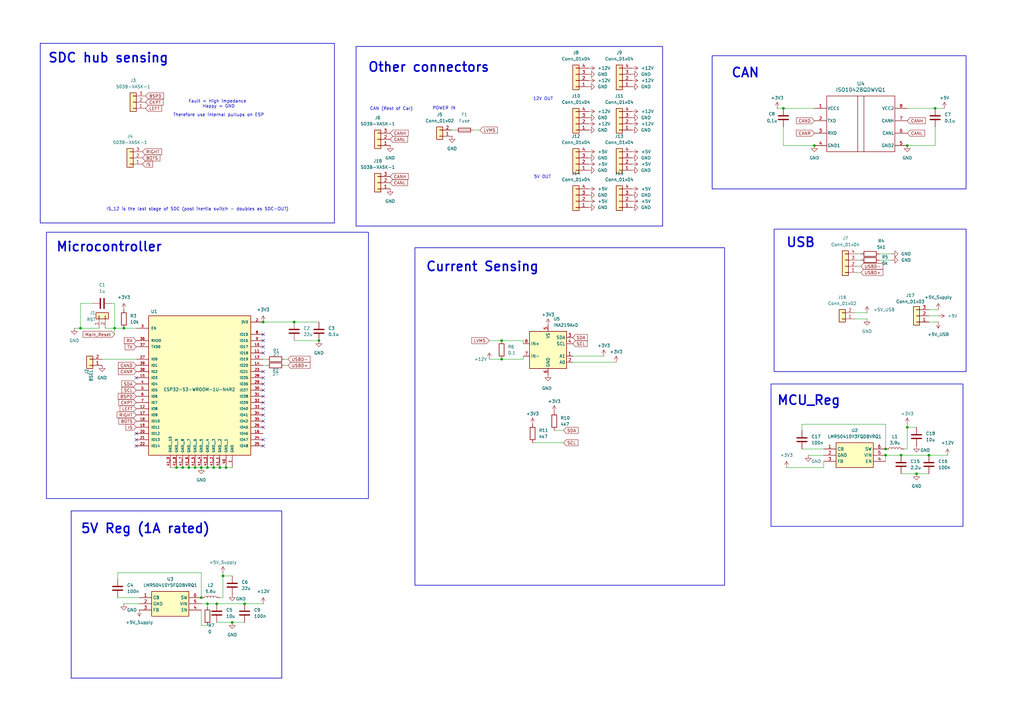
<source format=kicad_sch>
(kicad_sch (version 20250114) (generator "eeschema") (generator_version "9.0")
  (paper "A3")
  (lib_symbols
    (symbol "2025-11-15_02-18-59:ISO1042BQDWVQ1" (pin_names (offset 0.254))
      (property "Reference" "U" (at 0 2.54 0))
      (property "Value" "ISO1042BQDWVQ1" (at 0 0 0))
      (symbol "ISO1042BQDWVQ1_0_1"
        (pin power_in line (at 0 0 0) (length 5.08) (name "VCC1") (number "1"))
        (pin input line (at 0 -5.08 0) (length 5.08) (name "TXD") (number "2"))
        (pin output line (at 0 -10.16 0) (length 5.08) (name "RXD") (number "3"))
        (pin power_in line (at 0 -15.24 0) (length 5.08) (name "GND1") (number "4"))
        (pin power_in line (at 38.1 0 180) (length 5.08) (name "VCC2") (number "8"))
        (pin bidirectional line (at 38.1 -5.08 180) (length 5.08) (name "CANH") (number "7"))
        (pin bidirectional line (at 38.1 -10.16 180) (length 5.08) (name "CANL") (number "6"))
        (pin power_in line (at 38.1 -15.24 180) (length 5.08) (name "GND2") (number "5"))
      )
    )
    (symbol "Connector_Generic:Conn_01x02" (pin_names (offset 1.016) (hide yes))
      (property "Reference" "J" (at 0 2.54 0))
      (property "Value" "Conn_01x02" (at 0 -5.08 0))
      (symbol "Conn_01x02_1_1"
        (pin passive line (at -5.08 0 0) (length 3.81) (name "Pin_1") (number "1"))
        (pin passive line (at -5.08 -2.54 0) (length 3.81) (name "Pin_2") (number "2"))
      )
    )
    (symbol "Connector_Generic:Conn_01x03" (pin_names (offset 1.016) (hide yes))
      (property "Reference" "J" (at 0 5.08 0))
      (property "Value" "Conn_01x03" (at 0 -5.08 0))
      (symbol "Conn_01x03_1_1"
        (pin passive line (at -5.08 2.54 0) (length 3.81) (name "Pin_1") (number "1"))
        (pin passive line (at -5.08 0 0) (length 3.81) (name "Pin_2") (number "2"))
        (pin passive line (at -5.08 -2.54 0) (length 3.81) (name "Pin_3") (number "3"))
      )
    )
    (symbol "Connector_Generic:Conn_01x04" (pin_names (offset 1.016) (hide yes))
      (property "Reference" "J" (at 0 5.08 0))
      (property "Value" "Conn_01x04" (at 0 -7.62 0))
      (symbol "Conn_01x04_1_1"
        (pin passive line (at -5.08 2.54 0) (length 3.81) (name "Pin_1") (number "1"))
        (pin passive line (at -5.08 0 0) (length 3.81) (name "Pin_2") (number "2"))
        (pin passive line (at -5.08 -2.54 0) (length 3.81) (name "Pin_3") (number "3"))
        (pin passive line (at -5.08 -5.08 0) (length 3.81) (name "Pin_4") (number "4"))
      )
    )
    (symbol "Device:C" (pin_numbers (hide yes)) (pin_names (offset 0.254))
      (property "Reference" "C" (at 0.635 2.54 0))
      (property "Value" "C" (at 0.635 -2.54 0))
      (symbol "C_1_1"
        (pin passive line (at 0 3.81 270) (length 2.794) (name "~") (number "1"))
        (pin passive line (at 0 -3.81 90) (length 2.794) (name "~") (number "2"))
      )
    )
    (symbol "Device:Fuse" (pin_numbers (hide yes)) (pin_names (offset 0))
      (property "Reference" "F" (at 2.032 0 90))
      (property "Value" "Fuse" (at -1.905 0 90))
      (symbol "Fuse_1_1"
        (pin passive line (at 0 3.81 270) (length 1.27) (name "~") (number "1"))
        (pin passive line (at 0 -3.81 90) (length 1.27) (name "~") (number "2"))
      )
    )
    (symbol "Device:L" (pin_numbers (hide yes)) (pin_names (offset 1.016) (hide yes))
      (property "Reference" "L" (at -1.27 0 90))
      (property "Value" "L" (at 1.905 0 90))
      (symbol "L_1_1"
        (pin passive line (at 0 3.81 270) (length 1.27) (name "1") (number "1"))
        (pin passive line (at 0 -3.81 90) (length 1.27) (name "2") (number "2"))
      )
    )
    (symbol "Device:R" (pin_numbers (hide yes)) (pin_names (offset 0))
      (property "Reference" "R" (at 2.032 0 90))
      (property "Value" "R" (at 0 0 90))
      (symbol "R_1_1"
        (pin passive line (at 0 3.81 270) (length 1.27) (name "~") (number "1"))
        (pin passive line (at 0 -3.81 90) (length 1.27) (name "~") (number "2"))
      )
    )
    (symbol "ESP32-S3-WROOM-1U-N4R2:ESP32-S3-WROOM-1U-N4R2" (pin_names (offset 1.016))
      (property "Reference" "U1" (at -7.874 32.258 0))
      (property "Value" "ESP32-S3-WROOM-1U-N4R2" (at 10.668 0.254 0))
      (symbol "ESP32-S3-WROOM-1U-N4R2_0_0"
        (pin input line (at -15.24 25.4 0) (length 5.08) (name "EN") (number "3"))
        (pin bidirectional line (at -15.24 20.32 0) (length 5.08) (name "RXD0") (number "36"))
        (pin bidirectional line (at -15.24 17.78 0) (length 5.08) (name "TXD0") (number "37"))
        (pin bidirectional line (at -15.24 12.7 0) (length 5.08) (name "IO0") (number "27"))
        (pin bidirectional line (at -15.24 10.16 0) (length 5.08) (name "IO1") (number "39"))
        (pin bidirectional line (at -15.24 7.62 0) (length 5.08) (name "IO2") (number "38"))
        (pin bidirectional line (at -15.24 5.08 0) (length 5.08) (name "IO3") (number "15"))
        (pin bidirectional line (at -15.24 2.54 0) (length 5.08) (name "IO4") (number "4"))
        (pin bidirectional line (at -15.24 0 0) (length 5.08) (name "IO5") (number "5"))
        (pin bidirectional line (at -15.24 -2.54 0) (length 5.08) (name "IO6") (number "6"))
        (pin bidirectional line (at -15.24 -5.08 0) (length 5.08) (name "IO7") (number "7"))
        (pin bidirectional line (at -15.24 -7.62 0) (length 5.08) (name "IO8") (number "12"))
        (pin bidirectional line (at -15.24 -10.16 0) (length 5.08) (name "IO9") (number "17"))
        (pin bidirectional line (at -15.24 -12.7 0) (length 5.08) (name "IO10") (number "18"))
        (pin bidirectional line (at -15.24 -15.24 0) (length 5.08) (name "IO11") (number "19"))
        (pin bidirectional line (at -15.24 -17.78 0) (length 5.08) (name "IO12") (number "20"))
        (pin bidirectional line (at -15.24 -20.32 0) (length 5.08) (name "IO13") (number "21"))
        (pin bidirectional line (at -15.24 -22.86 0) (length 5.08) (name "IO14") (number "22"))
        (pin power_in line (at -1.27 -31.75 90) (length 5.08) (name "GND__10") (number "41_9"))
        (pin power_in line (at 1.27 -31.75 90) (length 5.08) (name "GND__9") (number "41_8"))
        (pin power_in line (at 3.81 -31.75 90) (length 5.08) (name "GND__8") (number "41_7"))
        (pin power_in line (at 6.35 -31.75 90) (length 5.08) (name "GND__7") (number "41_6"))
        (pin power_in line (at 8.89 -31.75 90) (length 5.08) (name "GND__6") (number "41_5"))
        (pin power_in line (at 11.43 -31.75 90) (length 5.08) (name "GND__5") (number "41_4"))
        (pin power_in line (at 13.97 -31.75 90) (length 5.08) (name "GND__4") (number "41_3"))
        (pin power_in line (at 16.51 -31.75 90) (length 5.08) (name "GND__3") (number "41_2"))
        (pin power_in line (at 19.05 -31.75 90) (length 5.08) (name "GND__2") (number "41_1"))
        (pin power_in line (at 21.59 -31.75 90) (length 5.08) (name "GND__1") (number "40"))
        (pin power_in line (at 24.13 -31.75 90) (length 5.08) (name "GND") (number "1"))
        (pin power_in line (at 36.83 27.94 180) (length 5.08) (name "3V3") (number "2"))
        (pin bidirectional line (at 36.83 22.86 180) (length 5.08) (name "IO15") (number "8"))
        (pin bidirectional line (at 36.83 20.32 180) (length 5.08) (name "IO16") (number "9"))
        (pin bidirectional line (at 36.83 17.78 180) (length 5.08) (name "IO17") (number "10"))
        (pin bidirectional line (at 36.83 15.24 180) (length 5.08) (name "IO18") (number "11"))
        (pin bidirectional line (at 36.83 12.7 180) (length 5.08) (name "IO19") (number "13"))
        (pin bidirectional line (at 36.83 10.16 180) (length 5.08) (name "IO20") (number "14"))
        (pin bidirectional line (at 36.83 7.62 180) (length 5.08) (name "IO21") (number "23"))
        (pin bidirectional line (at 36.83 5.08 180) (length 5.08) (name "IO35") (number "28"))
        (pin bidirectional line (at 36.83 2.54 180) (length 5.08) (name "IO36") (number "29"))
        (pin bidirectional line (at 36.83 0 180) (length 5.08) (name "IO37") (number "30"))
        (pin bidirectional line (at 36.83 -2.54 180) (length 5.08) (name "IO38") (number "31"))
        (pin bidirectional line (at 36.83 -5.08 180) (length 5.08) (name "IO39") (number "32"))
        (pin bidirectional line (at 36.83 -7.62 180) (length 5.08) (name "IO40") (number "33"))
        (pin bidirectional line (at 36.83 -10.16 180) (length 5.08) (name "IO41") (number "34"))
        (pin bidirectional line (at 36.83 -12.7 180) (length 5.08) (name "IO42") (number "35"))
        (pin bidirectional line (at 36.83 -15.24 180) (length 5.08) (name "IO45") (number "26"))
        (pin bidirectional line (at 36.83 -17.78 180) (length 5.08) (name "IO46") (number "16"))
        (pin bidirectional line (at 36.83 -20.32 180) (length 5.08) (name "IO47") (number "24"))
        (pin bidirectional line (at 36.83 -22.86 180) (length 5.08) (name "IO48") (number "25"))
      )
    )
    (symbol "LMR50410Y3FQDBVRQ1:LMR50410Y3FQDBVRQ1"
      (property "Reference" "IC" (at 21.59 7.62 0))
      (property "Value" "LMR50410Y3FQDBVRQ1" (at 21.59 5.08 0))
      (symbol "LMR50410Y3FQDBVRQ1_1_1"
        (pin passive line (at 0 0 0) (length 5.08) (name "CB") (number "1"))
        (pin passive line (at 0 -2.54 0) (length 5.08) (name "GND") (number "2"))
        (pin passive line (at 0 -5.08 0) (length 5.08) (name "FB") (number "3"))
        (pin passive line (at 25.4 0 180) (length 5.08) (name "SW") (number "6"))
        (pin passive line (at 25.4 -2.54 180) (length 5.08) (name "VIN") (number "5"))
        (pin passive line (at 25.4 -5.08 180) (length 5.08) (name "EN") (number "4"))
      )
    )
    (symbol "Sensor_Energy:INA219AxD"
      (property "Reference" "U" (at -6.35 8.89 0))
      (property "Value" "INA219AxD" (at 5.08 8.89 0))
      (symbol "INA219AxD_1_1"
        (pin input line (at -10.16 2.54 0) (length 2.54) (name "IN+") (number "8"))
        (pin input line (at -10.16 -2.54 0) (length 2.54) (name "IN-") (number "7"))
        (pin power_in line (at 0 10.16 270) (length 2.54) (name "VS") (number "5"))
        (pin power_in line (at 0 -10.16 90) (length 2.54) (name "GND") (number "6"))
        (pin bidirectional line (at 10.16 5.08 180) (length 2.54) (name "SDA") (number "3"))
        (pin input line (at 10.16 2.54 180) (length 2.54) (name "SCL") (number "4"))
        (pin input line (at 10.16 -2.54 180) (length 2.54) (name "A1") (number "1"))
        (pin input line (at 10.16 -5.08 180) (length 2.54) (name "A0") (number "2"))
      )
    )
    (symbol "power:+12V" (power) (pin_numbers (hide yes)) (pin_names (offset 0) (hide yes))
      (property "Value" "+12V" (at 0 3.556 0))
      (symbol "+12V_1_1"
        (pin power_in line (at 0 0 90) (length 0) (name "~") (number "1"))
      )
    )
    (symbol "power:+3V3" (power) (pin_numbers (hide yes)) (pin_names (offset 0) (hide yes))
      (property "Value" "+3V3" (at 0 3.556 0))
      (symbol "+3V3_1_1"
        (pin power_in line (at 0 0 90) (length 0) (name "~") (number "1"))
      )
    )
    (symbol "power:+5V" (power) (pin_numbers (hide yes)) (pin_names (offset 0) (hide yes))
      (property "Value" "+5V" (at 0 3.556 0))
      (symbol "+5V_1_1"
        (pin power_in line (at 0 0 90) (length 0) (name "~") (number "1"))
      )
    )
    (symbol "power:GND" (power) (pin_numbers (hide yes)) (pin_names (offset 0) (hide yes))
      (property "Value" "GND" (at 0 -3.81 0))
      (symbol "GND_1_1"
        (pin power_in line (at 0 0 270) (length 0) (name "~") (number "1"))
      )
    )
  )
  (rectangle (start 317.5 93.98) (end 396.24 152.4) (stroke (width 0.254)))
  (rectangle (start 19.05 95.25) (end 151.13 204.47) (stroke (width 0.254)))
  (rectangle (start 29.21 209.55) (end 115.57 278.13) (stroke (width 0.254)))
  (rectangle (start 146.05 19.05) (end 271.78 92.71) (stroke (width 0.254)))
  (rectangle (start 316.23 157.48) (end 394.97 215.9) (stroke (width 0.254)))
  (rectangle (start 292.1 22.86) (end 396.24 77.47) (stroke (width 0.254)))
  (rectangle (start 170.18 101.6) (end 297.18 240.03) (stroke (width 0.254)))
  (rectangle (start 16.51 17.78) (end 137.16 91.44) (stroke (width 0.254)))
  (text "5V OUT\n" (at 222.504 72.644 0) (effects (font (size 1.27 1.27) (thickness 0.1588))))
  (text "12V OUT\n" (at 222.758 40.64 0) (effects (font (size 1.27 1.27) (thickness 0.1588))))
  (text "USB\n" (at 334.518 99.568 0) (effects (font (size 3.81 3.81) (thickness 0.635)) (justify right)))
  (text "POWER IN \n" (at 182.626 44.45 0) (effects (font (size 1.27 1.27) (thickness 0.1588))))
  (text "Microcontroller \n" (at 69.596 101.346 0) (effects (font (size 3.81 3.81) (thickness 0.635)) (justify right)))
  (text "Current Sensing\n" (at 221.234 109.474 0) (effects (font (size 3.81 3.81) (thickness 0.635)) (justify right)))
  (text "5V Reg\n" (at 54.102 216.916 0) (effects (font (size 3.81 3.81) (thickness 0.635)) (justify right)))
  (text "CAN (Rest of Car)\n" (at 160.528 44.704 0) (effects (font (size 1.27 1.27) (thickness 0.1588))))
  (text "MCU_Reg\n" (at 344.932 164.338 0) (effects (font (size 3.81 3.81) (thickness 0.635)) (justify right)))
  (text "(1A rated)\n" (at 86.36 216.916 0) (effects (font (size 3.81 3.81) (thickness 0.635)) (justify right)))
  (text "Fault = High impedance \nHappy = GND" (at 89.662 42.672 0) (effects (font (size 1.27 1.27) (thickness 0.1588))))
  (text "Other connectors \n" (at 177.292 27.686 0) (effects (font (size 3.81 3.81) (thickness 0.635))))
  (text "CAN\n" (at 311.658 29.972 0) (effects (font (size 3.81 3.81) (thickness 0.635)) (justify right)))
  (text "IS_12 is the last stage of SDC (post inertia switch - doubles as SDC-OUT)" (at 81.026 85.852 0) (effects (font (size 1.27 1.27) (thickness 0.1588))))
  (text "Therefore use internal pullups on ESP\n" (at 89.662 47.244 0) (effects (font (size 1.27 1.27) (thickness 0.1588))))
  (text "SDC hub sensing\n" (at 44.45 23.876 0) (effects (font (size 3.81 3.81) (thickness 0.635))))
  (junction (at 130.81 139.7))
  (junction (at 33.02 134.62))
  (junction (at 46.99 134.62))
  (junction (at 375.92 194.31))
  (junction (at 363.22 184.15))
  (junction (at 334.01 59.69))
  (junction (at 72.39 191.77))
  (junction (at 88.9 247.65))
  (junction (at 74.93 191.77))
  (junction (at 372.11 175.26))
  (junction (at 107.95 132.08))
  (junction (at 205.74 147.32))
  (junction (at 372.11 59.69))
  (junction (at 87.63 191.77))
  (junction (at 90.17 191.77))
  (junction (at 381 186.69))
  (junction (at 82.55 191.77))
  (junction (at 91.44 236.22))
  (junction (at 363.22 186.69))
  (junction (at 120.65 132.08))
  (junction (at 92.71 191.77))
  (junction (at 100.33 247.65))
  (junction (at 82.55 245.11))
  (junction (at 321.31 44.45))
  (junction (at 85.09 191.77))
  (junction (at 369.57 186.69))
  (junction (at 50.8 134.62))
  (junction (at 205.74 139.7))
  (junction (at 95.25 255.27))
  (junction (at 80.01 191.77))
  (junction (at 77.47 191.77))
  (junction (at 85.09 247.65))
  (junction (at 383.54 44.45))
  (no_connect (at 107.95 170.18))
  (no_connect (at 107.95 160.02))
  (no_connect (at 107.95 167.64))
  (no_connect (at 55.88 182.88))
  (no_connect (at 107.95 142.24))
  (no_connect (at 107.95 162.56))
  (no_connect (at 107.95 152.4))
  (no_connect (at 107.95 137.16))
  (no_connect (at 55.88 177.8))
  (no_connect (at 107.95 172.72))
  (no_connect (at 55.88 154.94))
  (no_connect (at 107.95 144.78))
  (no_connect (at 107.95 175.26))
  (no_connect (at 107.95 182.88))
  (no_connect (at 55.88 180.34))
  (no_connect (at 107.95 154.94))
  (no_connect (at 107.95 157.48))
  (no_connect (at 107.95 165.1))
  (no_connect (at 107.95 139.7))
  (no_connect (at 107.95 180.34))
  (wire (pts (xy 363.22 173.99) (xy 363.22 184.15)))
  (wire (pts (xy 82.55 247.65) (xy 85.09 247.65)))
  (wire (pts (xy 33.02 124.46) (xy 33.02 134.62)))
  (wire (pts (xy 48.26 245.11) (xy 57.15 245.11)))
  (wire (pts (xy 41.91 147.32) (xy 55.88 147.32)))
  (wire (pts (xy 321.31 52.07) (xy 321.31 59.69)))
  (wire (pts (xy 88.9 255.27) (xy 95.25 255.27)))
  (wire (pts (xy 337.82 191.77) (xy 322.58 191.77)))
  (wire (pts (xy 194.31 53.34) (xy 196.85 53.34)))
  (wire (pts (xy 48.26 237.49) (xy 48.26 234.95)))
  (wire (pts (xy 381 132.08) (xy 384.81 132.08)))
  (wire (pts (xy 30.48 134.62) (xy 33.02 134.62)))
  (wire (pts (xy 118.11 149.86) (xy 116.84 149.86)))
  (wire (pts (xy 375.92 194.31) (xy 381 194.31)))
  (wire (pts (xy 85.09 247.65) (xy 88.9 247.65)))
  (wire (pts (xy 351.79 104.14) (xy 353.06 104.14)))
  (wire (pts (xy 185.42 53.34) (xy 186.69 53.34)))
  (wire (pts (xy 328.93 184.15) (xy 337.82 184.15)))
  (wire (pts (xy 383.54 44.45) (xy 372.11 44.45)))
  (wire (pts (xy 120.65 132.08) (xy 130.81 132.08)))
  (wire (pts (xy 360.68 106.68) (xy 365.76 106.68)))
  (wire (pts (xy 218.44 181.61) (xy 231.14 181.61)))
  (wire (pts (xy 214.63 147.32) (xy 214.63 146.05)))
  (wire (pts (xy 383.54 52.07) (xy 383.54 59.69)))
  (wire (pts (xy 82.55 256.54) (xy 85.09 256.54)))
  (wire (pts (xy 91.44 245.11) (xy 90.17 245.11)))
  (wire (pts (xy 337.82 189.23) (xy 337.82 191.77)))
  (wire (pts (xy 107.95 132.08) (xy 120.65 132.08)))
  (wire (pts (xy 46.99 134.62) (xy 50.8 134.62)))
  (wire (pts (xy 381 127) (xy 384.81 127)))
  (wire (pts (xy 363.22 186.69) (xy 369.57 186.69)))
  (wire (pts (xy 38.1 124.46) (xy 33.02 124.46)))
  (wire (pts (xy 200.66 147.32) (xy 205.74 147.32)))
  (wire (pts (xy 363.22 186.69) (xy 363.22 189.23)))
  (wire (pts (xy 48.26 234.95) (xy 82.55 234.95)))
  (wire (pts (xy 381 186.69) (xy 388.62 186.69)))
  (wire (pts (xy 72.39 191.77) (xy 74.93 191.77)))
  (wire (pts (xy 109.22 147.32) (xy 107.95 147.32)))
  (wire (pts (xy 372.11 184.15) (xy 370.84 184.15)))
  (wire (pts (xy 50.8 247.65) (xy 57.15 247.65)))
  (wire (pts (xy 45.72 124.46) (xy 46.99 124.46)))
  (wire (pts (xy 328.93 173.99) (xy 363.22 173.99)))
  (wire (pts (xy 69.85 191.77) (xy 72.39 191.77)))
  (wire (pts (xy 120.65 139.7) (xy 130.81 139.7)))
  (wire (pts (xy 91.44 236.22) (xy 95.25 236.22)))
  (wire (pts (xy 85.09 191.77) (xy 87.63 191.77)))
  (wire (pts (xy 85.09 247.65) (xy 85.09 248.92)))
  (wire (pts (xy 82.55 250.19) (xy 82.55 256.54)))
  (wire (pts (xy 351.79 109.22) (xy 353.06 109.22)))
  (wire (pts (xy 90.17 191.77) (xy 92.71 191.77)))
  (wire (pts (xy 227.33 176.53) (xy 231.14 176.53)))
  (wire (pts (xy 82.55 234.95) (xy 82.55 245.11)))
  (wire (pts (xy 77.47 191.77) (xy 80.01 191.77)))
  (wire (pts (xy 369.57 186.69) (xy 381 186.69)))
  (wire (pts (xy 360.68 104.14) (xy 365.76 104.14)))
  (wire (pts (xy 43.18 134.62) (xy 46.99 134.62)))
  (wire (pts (xy 46.99 124.46) (xy 46.99 134.62)))
  (wire (pts (xy 91.44 234.95) (xy 91.44 236.22)))
  (wire (pts (xy 328.93 176.53) (xy 328.93 173.99)))
  (wire (pts (xy 321.31 44.45) (xy 334.01 44.45)))
  (wire (pts (xy 381 129.54) (xy 384.81 129.54)))
  (wire (pts (xy 92.71 191.77) (xy 95.25 191.77)))
  (wire (pts (xy 200.66 139.7) (xy 205.74 139.7)))
  (wire (pts (xy 100.33 247.65) (xy 107.95 247.65)))
  (wire (pts (xy 350.52 128.27) (xy 355.6 128.27)))
  (wire (pts (xy 318.77 44.45) (xy 321.31 44.45)))
  (wire (pts (xy 351.79 106.68) (xy 353.06 106.68)))
  (wire (pts (xy 387.35 44.45) (xy 383.54 44.45)))
  (wire (pts (xy 372.11 173.99) (xy 372.11 175.26)))
  (wire (pts (xy 321.31 59.69) (xy 334.01 59.69)))
  (wire (pts (xy 369.57 194.31) (xy 375.92 194.31)))
  (wire (pts (xy 247.65 146.05) (xy 234.95 146.05)))
  (wire (pts (xy 74.93 191.77) (xy 77.47 191.77)))
  (wire (pts (xy 88.9 247.65) (xy 100.33 247.65)))
  (wire (pts (xy 109.22 149.86) (xy 107.95 149.86)))
  (wire (pts (xy 46.99 137.16) (xy 46.99 134.62)))
  (wire (pts (xy 350.52 130.81) (xy 355.6 130.81)))
  (wire (pts (xy 95.25 255.27) (xy 100.33 255.27)))
  (wire (pts (xy 372.11 175.26) (xy 372.11 184.15)))
  (wire (pts (xy 205.74 139.7) (xy 214.63 139.7)))
  (wire (pts (xy 91.44 236.22) (xy 91.44 245.11)))
  (wire (pts (xy 80.01 191.77) (xy 82.55 191.77)))
  (wire (pts (xy 82.55 191.77) (xy 85.09 191.77)))
  (wire (pts (xy 205.74 147.32) (xy 214.63 147.32)))
  (wire (pts (xy 372.11 175.26) (xy 375.92 175.26)))
  (wire (pts (xy 331.47 186.69) (xy 337.82 186.69)))
  (wire (pts (xy 50.8 134.62) (xy 55.88 134.62)))
  (wire (pts (xy 234.95 148.59) (xy 252.73 148.59)))
  (wire (pts (xy 118.11 147.32) (xy 116.84 147.32)))
  (wire (pts (xy 214.63 139.7) (xy 214.63 140.97)))
  (wire (pts (xy 383.54 59.69) (xy 372.11 59.69)))
  (wire (pts (xy 87.63 191.77) (xy 90.17 191.77)))
  (wire (pts (xy 351.79 111.76) (xy 353.06 111.76)))
  (wire (pts (xy 33.02 134.62) (xy 40.64 134.62)))
  (global_label "CAND" (shape input) (at 55.88 149.86 180) (property "Intersheetrefs" "${INTERSHEET_REFS}" (effects (hide yes))))
  (global_label "LVMS" (shape input) (at 196.85 53.34 0) (property "Intersheetrefs" "${INTERSHEET_REFS}" (effects (hide yes))))
  (global_label "RIGHT" (shape input) (at 55.88 170.18 180) (property "Intersheetrefs" "${INTERSHEET_REFS}" (effects (hide yes))))
  (global_label "Main_Reset" (shape input) (at 46.99 137.16 180) (property "Intersheetrefs" "${INTERSHEET_REFS}" (effects (hide yes))))
  (global_label "LEFT" (shape input) (at 55.88 167.64 180) (property "Intersheetrefs" "${INTERSHEET_REFS}" (effects (hide yes))))
  (global_label "SCL" (shape input) (at 231.14 181.61 0) (property "Intersheetrefs" "${INTERSHEET_REFS}" (effects (hide yes))))
  (global_label "IS" (shape input) (at 58.42 67.31 0) (property "Intersheetrefs" "${INTERSHEET_REFS}" (effects (hide yes))))
  (global_label "CANL" (shape input) (at 372.11 54.61 0) (property "Intersheetrefs" "${INTERSHEET_REFS}" (effects (hide yes))))
  (global_label "TX" (shape input) (at 55.88 142.24 180) (property "Intersheetrefs" "${INTERSHEET_REFS}" (effects (hide yes))))
  (global_label "SDA" (shape input) (at 55.88 157.48 180) (property "Intersheetrefs" "${INTERSHEET_REFS}" (effects (hide yes))))
  (global_label "USBD+" (shape input) (at 118.11 149.86 0) (property "Intersheetrefs" "${INTERSHEET_REFS}" (effects (hide yes))))
  (global_label "CANR" (shape input) (at 55.88 152.4 180) (property "Intersheetrefs" "${INTERSHEET_REFS}" (effects (hide yes))))
  (global_label "USBD-" (shape input) (at 353.06 109.22 0) (property "Intersheetrefs" "${INTERSHEET_REFS}" (effects (hide yes))))
  (global_label "BSPD" (shape input) (at 59.69 39.37 0) (property "Intersheetrefs" "${INTERSHEET_REFS}" (effects (hide yes))))
  (global_label "CKPT" (shape input) (at 59.69 41.91 0) (property "Intersheetrefs" "${INTERSHEET_REFS}" (effects (hide yes))))
  (global_label "RIGHT" (shape input) (at 58.42 62.23 0) (property "Intersheetrefs" "${INTERSHEET_REFS}" (effects (hide yes))))
  (global_label "CANH" (shape input) (at 160.02 72.39 0) (property "Intersheetrefs" "${INTERSHEET_REFS}" (effects (hide yes))))
  (global_label "RX" (shape input) (at 55.88 139.7 180) (property "Intersheetrefs" "${INTERSHEET_REFS}" (effects (hide yes))))
  (global_label "CANH" (shape input) (at 160.02 54.61 0) (property "Intersheetrefs" "${INTERSHEET_REFS}" (effects (hide yes))))
  (global_label "BOTS" (shape input) (at 55.88 172.72 180) (property "Intersheetrefs" "${INTERSHEET_REFS}" (effects (hide yes))))
  (global_label "USBD-" (shape input) (at 118.11 147.32 0) (property "Intersheetrefs" "${INTERSHEET_REFS}" (effects (hide yes))))
  (global_label "CANR" (shape input) (at 334.01 54.61 180) (property "Intersheetrefs" "${INTERSHEET_REFS}" (effects (hide yes))))
  (global_label "CAND" (shape input) (at 334.01 49.53 180) (property "Intersheetrefs" "${INTERSHEET_REFS}" (effects (hide yes))))
  (global_label "BOTS" (shape input) (at 58.42 64.77 0) (property "Intersheetrefs" "${INTERSHEET_REFS}" (effects (hide yes))))
  (global_label "CANL" (shape input) (at 160.02 57.15 0) (property "Intersheetrefs" "${INTERSHEET_REFS}" (effects (hide yes))))
  (global_label "BSPD" (shape input) (at 55.88 162.56 180) (property "Intersheetrefs" "${INTERSHEET_REFS}" (effects (hide yes))))
  (global_label "CANH" (shape input) (at 372.11 49.53 0) (property "Intersheetrefs" "${INTERSHEET_REFS}" (effects (hide yes))))
  (global_label "SDA" (shape input) (at 231.14 176.53 0) (property "Intersheetrefs" "${INTERSHEET_REFS}" (effects (hide yes))))
  (global_label "SCL" (shape input) (at 234.95 140.97 0) (property "Intersheetrefs" "${INTERSHEET_REFS}" (effects (hide yes))))
  (global_label "SDA" (shape input) (at 234.95 138.43 0) (property "Intersheetrefs" "${INTERSHEET_REFS}" (effects (hide yes))))
  (global_label "LEFT" (shape input) (at 59.69 44.45 0) (property "Intersheetrefs" "${INTERSHEET_REFS}" (effects (hide yes))))
  (global_label "IS" (shape input) (at 55.88 175.26 180) (property "Intersheetrefs" "${INTERSHEET_REFS}" (effects (hide yes))))
  (global_label "USBD+" (shape input) (at 353.06 111.76 0) (property "Intersheetrefs" "${INTERSHEET_REFS}" (effects (hide yes))))
  (global_label "CKPT" (shape input) (at 55.88 165.1 180) (property "Intersheetrefs" "${INTERSHEET_REFS}" (effects (hide yes))))
  (global_label "LVMS" (shape input) (at 200.66 139.7 180) (property "Intersheetrefs" "${INTERSHEET_REFS}" (effects (hide yes))))
  (global_label "CANL" (shape input) (at 160.02 74.93 0) (property "Intersheetrefs" "${INTERSHEET_REFS}" (effects (hide yes))))
  (global_label "SCL" (shape input) (at 55.88 160.02 180) (property "Intersheetrefs" "${INTERSHEET_REFS}" (effects (hide yes))))
  (symbol (lib_id "Device:R") (at 356.87 106.68 90) (unit 1)
    (property "Reference" "R5" (at 362.966 105.41 90))
    (property "Value" "5k" (at 362.966 107.95 90))
    (property "Footprint" "Resistor_SMD:R_0603_1608Metric" (effects (hide yes)))
    (property "Description" "Resistor" (effects (hide yes)))
  )
  (symbol (lib_id "power:GND") (at 331.47 186.69 0) (unit 1)
    (property "Reference" "#PWR027" (effects (hide yes)))
    (property "Value" "GND" (at 334.772 189.23 0))
    (property "Description" "Power symbol creates a global label with name \"GND\" , ground" (effects (hide yes)))
  )
  (symbol (lib_id "power:+12V") (at 259.08 50.8 270) (unit 1)
    (property "Reference" "#PWR017" (effects (hide yes)))
    (property "Value" "+12V" (at 262.89 50.7999 90) (effects (justify left)))
    (property "Description" "Power symbol creates a global label with name \"+12V\"" (effects (hide yes)))
  )
  (symbol (lib_id "Connector_Generic:Conn_01x04") (at 254 67.31 180) (unit 1)
    (property "Reference" "J13" (at 254 55.88 0))
    (property "Value" "Conn_01x04" (at 254 58.42 0))
    (property "Footprint" "Connector_JST:JST_XA_S04B-XASK-1_1x04_P2.50mm_Horizontal" (effects (hide yes)))
    (property "Description" "Generic connector, single row, 01x04, script generated (kicad-library-utils/schlib/autogen/connector/)" (effects (hide yes)))
  )
  (symbol (lib_id "Device:R") (at 50.8 130.81 0) (unit 1)
    (property "Reference" "R3" (at 53.34 129.5399 0) (effects (justify left)))
    (property "Value" "10k" (at 53.34 132.0799 0) (effects (justify left)))
    (property "Footprint" "Resistor_SMD:R_0603_1608Metric" (effects (hide yes)))
    (property "Description" "Resistor" (effects (hide yes)))
  )
  (symbol (lib_id "Device:C") (at 95.25 240.03 0) (unit 1)
    (property "Reference" "C6" (at 99.06 238.7599 0) (effects (justify left)))
    (property "Value" "22u" (at 99.06 241.2999 0) (effects (justify left)))
    (property "Footprint" "Capacitor_SMD:C_0603_1608Metric" (effects (hide yes)))
    (property "Description" "Unpolarized capacitor" (effects (hide yes)))
  )
  (symbol (lib_id "Device:C") (at 120.65 135.89 180) (unit 1)
    (property "Reference" "C2" (at 124.46 134.6199 0) (effects (justify right)))
    (property "Value" "22u" (at 124.46 137.1599 0) (effects (justify right)))
    (property "Footprint" "Capacitor_SMD:C_0603_1608Metric" (effects (hide yes)))
    (property "Description" "Unpolarized capacitor" (effects (hide yes)))
  )
  (symbol (lib_id "Connector_Generic:Conn_01x03") (at 154.94 57.15 180) (unit 1)
    (property "Reference" "J6" (at 154.94 48.26 0))
    (property "Value" "S03B-XASK-1" (at 154.94 50.8 0))
    (property "Footprint" "Connector_JST:JST_XA_S03B-XASK-1_1x03_P2.50mm_Horizontal" (effects (hide yes)))
    (property "Description" "Generic connector, single row, 01x03, script generated (kicad-library-utils/schlib/autogen/connector/)" (effects (hide yes)))
  )
  (symbol (lib_id "Connector_Generic:Conn_01x03") (at 375.92 129.54 180) (unit 1)
    (property "Reference" "J17" (at 373.38 121.158 0))
    (property "Value" "Conn_01x03" (at 373.38 123.698 0))
    (property "Footprint" "Connector_PinHeader_2.54mm:PinHeader_1x03_P2.54mm_Vertical" (effects (hide yes)))
    (property "Description" "Generic connector, single row, 01x03, script generated (kicad-library-utils/schlib/autogen/connector/)" (effects (hide yes)))
  )
  (symbol (lib_id "power:+12V") (at 200.66 147.32 0) (unit 1)
    (property "Reference" "#PWR072" (effects (hide yes)))
    (property "Value" "+12V" (at 197.104 147.32 0))
    (property "Description" "Power symbol creates a global label with name \"+12V\"" (effects (hide yes)))
  )
  (symbol (lib_id "power:+5V") (at 227.33 168.91 0) (unit 1)
    (property "Reference" "#PWR075" (effects (hide yes)))
    (property "Value" "+3V3" (at 227.33 164.592 0))
    (property "Description" "Power symbol creates a global label with name \"+5V\"" (effects (hide yes)))
  )
  (symbol (lib_id "Device:C") (at 369.57 190.5 0) (unit 1)
    (property "Reference" "C15" (at 373.38 189.2299 0) (effects (justify left)))
    (property "Value" "2.2u" (at 373.38 191.7699 0) (effects (justify left)))
    (property "Footprint" "Capacitor_SMD:C_0603_1608Metric" (effects (hide yes)))
    (property "Description" "Unpolarized capacitor" (effects (hide yes)))
  )
  (symbol (lib_id "power:GND") (at 375.92 182.88 0) (unit 1)
    (property "Reference" "#PWR032" (effects (hide yes)))
    (property "Value" "GND" (at 379.476 184.658 0))
    (property "Description" "Power symbol creates a global label with name \"GND\" , ground" (effects (hide yes)))
  )
  (symbol (lib_id "power:GND") (at 241.3 64.77 90) (unit 1)
    (property "Reference" "#PWR051" (effects (hide yes)))
    (property "Value" "GND" (at 245.11 64.7699 90) (effects (justify right)))
    (property "Description" "Power symbol creates a global label with name \"GND\" , ground" (effects (hide yes)))
  )
  (symbol (lib_id "Device:C") (at 88.9 251.46 0) (unit 1)
    (property "Reference" "C5" (at 92.71 250.1899 0) (effects (justify left)))
    (property "Value" "10u" (at 92.71 252.7299 0) (effects (justify left)))
    (property "Footprint" "Capacitor_SMD:C_0603_1608Metric" (effects (hide yes)))
    (property "Description" "Unpolarized capacitor" (effects (hide yes)))
  )
  (symbol (lib_id "Connector_Generic:Conn_01x04") (at 236.22 82.55 180) (unit 1)
    (property "Reference" "J14" (at 236.22 71.12 0))
    (property "Value" "Conn_01x04" (at 236.22 73.66 0))
    (property "Footprint" "Connector_JST:JST_XA_S04B-XASK-1_1x04_P2.50mm_Horizontal" (effects (hide yes)))
    (property "Description" "Generic connector, single row, 01x04, script generated (kicad-library-utils/schlib/autogen/connector/)" (effects (hide yes)))
  )
  (symbol (lib_id "power:+12V") (at 259.08 27.94 270) (unit 1)
    (property "Reference" "#PWR014" (effects (hide yes)))
    (property "Value" "+12V" (at 262.89 27.9399 90) (effects (justify left)))
    (property "Description" "Power symbol creates a global label with name \"+12V\"" (effects (hide yes)))
  )
  (symbol (lib_id "power:+5V") (at 91.44 234.95 0) (unit 1)
    (property "Reference" "#PWR062" (effects (hide yes)))
    (property "Value" "+5V_Supply" (at 91.44 230.632 0))
    (property "Description" "Power symbol creates a global label with name \"+5V\"" (effects (hide yes)))
  )
  (symbol (lib_id "LMR50410Y3FQDBVRQ1:LMR50410Y3FQDBVRQ1") (at 57.15 245.11 0) (unit 1)
    (property "Reference" "U3" (at 69.85 237.49 0))
    (property "Value" "LMR50410Y5FQDBVRQ1" (at 69.85 240.03 0))
    (property "Footprint" "Custom_MSM:Regulator_Switching_SOT-23-6" (effects (hide yes)))
    (property "Datasheet" "https://www.ti.com/lit/ds/symlink/lmr50410-q1.pdf?ts=1611309677669" (effects (hide yes)))
    (property "Description" "LMR50410Y3FQDBVRQ1" (effects (hide yes)))
    (property "Height" "1.45" (effects (hide yes)))
    (property "Mouser Part Number" "595-R50410Y3FQDBVRQ1" (effects (hide yes)))
    (property "Mouser Price/Stock" "https://www.mouser.co.uk/ProductDetail/Texas-Instruments/LMR50410Y3FQDBVRQ1?qs=81r%252BiQLm7BTaIXwCgdOuiA%3D%3D" (effects (hide yes)))
    (property "Manufacturer_Name" "Texas Instruments" (effects (hide yes)))
    (property "Manufacturer_Part_Number" "LMR50410Y3FQDBVRQ1" (effects (hide yes)))
  )
  (symbol (lib_id "Connector_Generic:Conn_01x04") (at 236.22 67.31 180) (unit 1)
    (property "Reference" "J12" (at 236.22 55.88 0))
    (property "Value" "Conn_01x04" (at 236.22 58.42 0))
    (property "Footprint" "Connector_JST:JST_XA_S04B-XASK-1_1x04_P2.50mm_Horizontal" (effects (hide yes)))
    (property "Description" "Generic connector, single row, 01x04, script generated (kicad-library-utils/schlib/autogen/connector/)" (effects (hide yes)))
  )
  (symbol (lib_id "Connector_Generic:Conn_01x02") (at 180.34 55.88 180) (unit 1)
    (property "Reference" "J5" (at 180.34 46.99 0))
    (property "Value" "Conn_01x02" (at 180.34 49.53 0))
    (property "Footprint" "Custom_MSM:Connector_MicroFit-Plus_2POS" (effects (hide yes)))
    (property "Description" "Generic connector, single row, 01x02, script generated (kicad-library-utils/schlib/autogen/connector/)" (effects (hide yes)))
  )
  (symbol (lib_id "power:+5V") (at 318.77 44.45 0) (unit 1)
    (property "Reference" "#PWR026" (effects (hide yes)))
    (property "Value" "+3V3" (at 318.77 40.132 0))
    (property "Description" "Power symbol creates a global label with name \"+5V\"" (effects (hide yes)))
  )
  (symbol (lib_id "power:GND") (at 259.08 64.77 90) (unit 1)
    (property "Reference" "#PWR053" (effects (hide yes)))
    (property "Value" "GND" (at 262.89 64.7699 90) (effects (justify right)))
    (property "Description" "Power symbol creates a global label with name \"GND\" , ground" (effects (hide yes)))
  )
  (symbol (lib_id "power:+5V") (at 387.35 44.45 0) (unit 1)
    (property "Reference" "#PWR033" (effects (hide yes)))
    (property "Value" "+5V" (at 387.35 40.132 0))
    (property "Description" "Power symbol creates a global label with name \"+5V\"" (effects (hide yes)))
  )
  (symbol (lib_id "power:GND") (at 160.02 77.47 0) (unit 1)
    (property "Reference" "#PWR066" (effects (hide yes)))
    (property "Value" "GND" (at 160.02 82.55 0))
    (property "Description" "Power symbol creates a global label with name \"GND\" , ground" (effects (hide yes)))
  )
  (symbol (lib_id "power:GND") (at 241.3 48.26 90) (unit 1)
    (property "Reference" "#PWR047" (effects (hide yes)))
    (property "Value" "GND" (at 245.11 48.2599 90) (effects (justify right)))
    (property "Description" "Power symbol creates a global label with name \"GND\" , ground" (effects (hide yes)))
  )
  (symbol (lib_id "power:+3V3") (at 107.95 132.08 0) (unit 1)
    (property "Reference" "#PWR02" (effects (hide yes)))
    (property "Value" "+3V3" (at 107.95 127 0))
    (property "Description" "Power symbol creates a global label with name \"+3V3\"" (effects (hide yes)))
  )
  (symbol (lib_id "Device:C") (at 381 190.5 0) (unit 1)
    (property "Reference" "C16" (at 384.81 189.2299 0) (effects (justify left)))
    (property "Value" "100n" (at 384.81 191.7699 0) (effects (justify left)))
    (property "Footprint" "Capacitor_SMD:C_0603_1608Metric" (effects (hide yes)))
    (property "Description" "Unpolarized capacitor" (effects (hide yes)))
  )
  (symbol (lib_id "power:+5V") (at 388.62 186.69 0) (unit 1)
    (property "Reference" "#PWR07" (effects (hide yes)))
    (property "Value" "+12V" (at 388.62 181.61 0))
    (property "Description" "Power symbol creates a global label with name \"+5V\"" (effects (hide yes)))
  )
  (symbol (lib_id "power:+5V") (at 322.58 191.77 0) (unit 1)
    (property "Reference" "#PWR030" (effects (hide yes)))
    (property "Value" "+3V3" (at 322.58 186.69 0))
    (property "Description" "Power symbol creates a global label with name \"+5V\"" (effects (hide yes)))
  )
  (symbol (lib_id "power:GND") (at 355.6 130.81 0) (unit 1)
    (property "Reference" "#PWR022" (effects (hide yes)))
    (property "Value" "GND" (at 355.6 135.89 0))
    (property "Description" "Power symbol creates a global label with name \"GND\" , ground" (effects (hide yes)))
  )
  (symbol (lib_id "power:GND") (at 365.76 104.14 90) (unit 1)
    (property "Reference" "#PWR020" (effects (hide yes)))
    (property "Value" "GND" (at 369.57 104.1399 90) (effects (justify right)))
    (property "Description" "Power symbol creates a global label with name \"GND\" , ground" (effects (hide yes)))
  )
  (symbol (lib_id "power:+12V") (at 241.3 27.94 270) (unit 1)
    (property "Reference" "#PWR010" (effects (hide yes)))
    (property "Value" "+12V" (at 245.11 27.9399 90) (effects (justify left)))
    (property "Description" "Power symbol creates a global label with name \"+12V\"" (effects (hide yes)))
  )
  (symbol (lib_id "Connector_Generic:Conn_01x04") (at 236.22 50.8 180) (unit 1)
    (property "Reference" "J10" (at 236.22 39.37 0))
    (property "Value" "Conn_01x04" (at 236.22 41.91 0))
    (property "Footprint" "Connector_JST:JST_XA_S04B-XASK-1_1x04_P2.50mm_Horizontal" (effects (hide yes)))
    (property "Description" "Generic connector, single row, 01x04, script generated (kicad-library-utils/schlib/autogen/connector/)" (effects (hide yes)))
  )
  (symbol (lib_id "Connector_Generic:Conn_01x04") (at 346.71 109.22 180) (unit 1)
    (property "Reference" "J7" (at 346.71 97.79 0))
    (property "Value" "Conn_01x04" (at 346.71 100.33 0))
    (property "Footprint" "Connector_JST:JST_XA_S04B-XASK-1_1x04_P2.50mm_Horizontal" (effects (hide yes)))
    (property "Description" "Generic connector, single row, 01x04, script generated (kicad-library-utils/schlib/autogen/connector/)" (effects (hide yes)))
  )
  (symbol (lib_id "Device:R") (at 113.03 147.32 90) (unit 1)
    (property "Reference" "R1" (at 113.284 143.764 90))
    (property "Value" "27" (at 113.284 145.288 90))
    (property "Footprint" "Resistor_SMD:R_0603_1608Metric" (effects (hide yes)))
    (property "Description" "Resistor" (effects (hide yes)))
  )
  (symbol (lib_id "power:+5V") (at 259.08 77.47 270) (unit 1)
    (property "Reference" "#PWR038" (effects (hide yes)))
    (property "Value" "+5V" (at 262.89 77.4699 90) (effects (justify left)))
    (property "Description" "Power symbol creates a global label with name \"+5V\"" (effects (hide yes)))
  )
  (symbol (lib_id "Device:R") (at 205.74 143.51 0) (unit 1)
    (property "Reference" "R6" (at 208.28 142.2399 0) (effects (justify left)))
    (property "Value" "0.1" (at 208.28 144.7799 0) (effects (justify left)))
    (property "Footprint" "Resistor_SMD:R_0603_1608Metric" (effects (hide yes)))
    (property "Description" "Resistor" (effects (hide yes)))
  )
  (symbol (lib_id "power:+5V") (at 259.08 62.23 270) (unit 1)
    (property "Reference" "#PWR036" (effects (hide yes)))
    (property "Value" "+5V" (at 262.89 62.2299 90) (effects (justify left)))
    (property "Description" "Power symbol creates a global label with name \"+5V\"" (effects (hide yes)))
  )
  (symbol (lib_id "power:+5V") (at 384.81 129.54 270) (unit 1)
    (property "Reference" "#PWR034" (effects (hide yes)))
    (property "Value" "+5V" (at 388.62 129.5399 90) (effects (justify left)))
    (property "Description" "Power symbol creates a global label with name \"+5V\"" (effects (hide yes)))
  )
  (symbol (lib_id "power:GND") (at 30.48 134.62 0) (unit 1)
    (property "Reference" "#PWR03" (effects (hide yes)))
    (property "Value" "GND" (at 30.48 139.7 0))
    (property "Description" "Power symbol creates a global label with name \"GND\" , ground" (effects (hide yes)))
  )
  (symbol (lib_id "power:+5V") (at 384.81 132.08 180) (unit 1)
    (property "Reference" "#PWR023" (effects (hide yes)))
    (property "Value" "+5V_USB" (at 384.81 137.16 0))
    (property "Description" "Power symbol creates a global label with name \"+5V\"" (effects (hide yes)))
  )
  (symbol (lib_id "Device:R") (at 85.09 252.73 0) (unit 1)
    (property "Reference" "R7" (at 85.344 256.54 0) (effects (justify left)))
    (property "Value" "0" (at 85.344 259.08 0) (effects (justify left)))
    (property "Footprint" "Resistor_SMD:R_0603_1608Metric" (effects (hide yes)))
    (property "Description" "Resistor" (effects (hide yes)))
  )
  (symbol (lib_id "Device:C") (at 100.33 251.46 0) (unit 1)
    (property "Reference" "C9" (at 104.14 250.1899 0) (effects (justify left)))
    (property "Value" "100n" (at 104.14 252.7299 0) (effects (justify left)))
    (property "Footprint" "Capacitor_SMD:C_0603_1608Metric" (effects (hide yes)))
    (property "Description" "Unpolarized capacitor" (effects (hide yes)))
  )
  (symbol (lib_id "power:GND") (at 241.3 80.01 90) (unit 1)
    (property "Reference" "#PWR056" (effects (hide yes)))
    (property "Value" "GND" (at 245.11 80.0099 90) (effects (justify right)))
    (property "Description" "Power symbol creates a global label with name \"GND\" , ground" (effects (hide yes)))
  )
  (symbol (lib_id "power:+5V") (at 259.08 67.31 270) (unit 1)
    (property "Reference" "#PWR041" (effects (hide yes)))
    (property "Value" "+5V" (at 262.89 67.3099 90) (effects (justify left)))
    (property "Description" "Power symbol creates a global label with name \"+5V\"" (effects (hide yes)))
  )
  (symbol (lib_id "power:GND") (at 259.08 30.48 90) (unit 1)
    (property "Reference" "#PWR045" (effects (hide yes)))
    (property "Value" "GND" (at 262.89 30.4799 90) (effects (justify right)))
    (property "Description" "Power symbol creates a global label with name \"GND\" , ground" (effects (hide yes)))
  )
  (symbol (lib_id "power:GND") (at 372.11 59.69 0) (unit 1)
    (property "Reference" "#PWR025" (effects (hide yes)))
    (property "Value" "GND" (at 372.11 64.77 0))
    (property "Description" "Power symbol creates a global label with name \"GND\" , ground" (effects (hide yes)))
  )
  (symbol (lib_id "power:+5V") (at 384.81 127 0) (unit 1)
    (property "Reference" "#PWR031" (effects (hide yes)))
    (property "Value" "+5V_Supply" (at 384.81 121.92 0))
    (property "Description" "Power symbol creates a global label with name \"+5V\"" (effects (hide yes)))
  )
  (symbol (lib_id "power:+12V") (at 241.3 45.72 270) (unit 1)
    (property "Reference" "#PWR012" (effects (hide yes)))
    (property "Value" "+12V" (at 245.11 45.7199 90) (effects (justify left)))
    (property "Description" "Power symbol creates a global label with name \"+12V\"" (effects (hide yes)))
  )
  (symbol (lib_id "Device:C") (at 321.31 48.26 180) (unit 1)
    (property "Reference" "C8" (at 315.214 46.736 0) (effects (justify right)))
    (property "Value" "0.1u" (at 314.452 49.53 0) (effects (justify right)))
    (property "Footprint" "Capacitor_SMD:C_0603_1608Metric" (effects (hide yes)))
    (property "Description" "Unpolarized capacitor" (effects (hide yes)))
  )
  (symbol (lib_id "power:GND") (at 365.76 106.68 90) (unit 1)
    (property "Reference" "#PWR019" (effects (hide yes)))
    (property "Value" "GND" (at 369.57 106.6799 90) (effects (justify right)))
    (property "Description" "Power symbol creates a global label with name \"GND\" , ground" (effects (hide yes)))
  )
  (symbol (lib_id "power:+5V") (at 241.3 62.23 270) (unit 1)
    (property "Reference" "#PWR018" (effects (hide yes)))
    (property "Value" "+5V" (at 245.11 62.2299 90) (effects (justify left)))
    (property "Description" "Power symbol creates a global label with name \"+5V\"" (effects (hide yes)))
  )
  (symbol (lib_id "power:+5V") (at 247.65 146.05 0) (unit 1)
    (property "Reference" "#PWR067" (effects (hide yes)))
    (property "Value" "+3V3" (at 247.65 141.732 0))
    (property "Description" "Power symbol creates a global label with name \"+5V\"" (effects (hide yes)))
  )
  (symbol (lib_id "power:GND") (at 259.08 48.26 90) (unit 1)
    (property "Reference" "#PWR049" (effects (hide yes)))
    (property "Value" "GND" (at 262.89 48.2599 90) (effects (justify right)))
    (property "Description" "Power symbol creates a global label with name \"GND\" , ground" (effects (hide yes)))
  )
  (symbol (lib_id "power:GND") (at 241.3 69.85 90) (unit 1)
    (property "Reference" "#PWR052" (effects (hide yes)))
    (property "Value" "GND" (at 245.11 69.8499 90) (effects (justify right)))
    (property "Description" "Power symbol creates a global label with name \"GND\" , ground" (effects (hide yes)))
  )
  (symbol (lib_id "2025-11-15_02-18-59:ISO1042BQDWVQ1") (at 334.01 44.45 0) (unit 1)
    (property "Reference" "U4" (at 353.06 34.29 0) (effects (font (size 1.524 1.524))))
    (property "Value" "ISO1042BQDWVQ1" (at 353.06 36.83 0) (effects (font (size 1.524 1.524))))
    (property "Footprint" "customFootprints:DWV0008A-MFG" (effects (hide yes)))
    (property "Datasheet" "https://www.ti.com/lit/gpn/iso1042-q1" (effects (hide yes)))
  )
  (symbol (lib_id "Connector_Generic:Conn_01x04") (at 236.22 33.02 180) (unit 1)
    (property "Reference" "J8" (at 236.22 21.59 0))
    (property "Value" "Conn_01x04" (at 236.22 24.13 0))
    (property "Footprint" "Connector_JST:JST_XA_S04B-XASK-1_1x04_P2.50mm_Horizontal" (effects (hide yes)))
    (property "Description" "Generic connector, single row, 01x04, script generated (kicad-library-utils/schlib/autogen/connector/)" (effects (hide yes)))
  )
  (symbol (lib_id "power:GND") (at 334.01 59.69 0) (unit 1)
    (property "Reference" "#PWR024" (effects (hide yes)))
    (property "Value" "GND" (at 334.01 64.77 0))
    (property "Description" "Power symbol creates a global label with name \"GND\" , ground" (effects (hide yes)))
  )
  (symbol (lib_id "power:+12V") (at 241.3 50.8 270) (unit 1)
    (property "Reference" "#PWR013" (effects (hide yes)))
    (property "Value" "+12V" (at 245.11 50.7999 90) (effects (justify left)))
    (property "Description" "Power symbol creates a global label with name \"+12V\"" (effects (hide yes)))
  )
  (symbol (lib_id "Device:C") (at 48.26 241.3 0) (unit 1)
    (property "Reference" "C4" (at 52.07 240.0299 0) (effects (justify left)))
    (property "Value" "100n" (at 52.07 242.5699 0) (effects (justify left)))
    (property "Footprint" "Capacitor_SMD:C_0603_1608Metric" (effects (hide yes)))
    (property "Description" "Unpolarized capacitor" (effects (hide yes)))
  )
  (symbol (lib_id "Connector_Generic:Conn_01x02") (at 40.64 129.54 90) (unit 1)
    (property "Reference" "J1" (at 36.83 128.27 90) (effects (justify right)))
    (property "Value" "RST" (at 35.56 131.064 90) (effects (justify right)))
    (property "Footprint" "Connector_PinHeader_2.54mm:PinHeader_1x02_P2.54mm_Vertical" (effects (hide yes)))
    (property "Description" "Generic connector, single row, 01x02, script generated (kicad-library-utils/schlib/autogen/connector/)" (effects (hide yes)))
  )
  (symbol (lib_id "Device:R") (at 113.03 149.86 90) (unit 1)
    (property "Reference" "R2" (at 113.03 151.892 90))
    (property "Value" "27" (at 113.03 153.416 90))
    (property "Footprint" "Resistor_SMD:R_0603_1608Metric" (effects (hide yes)))
    (property "Description" "Resistor" (effects (hide yes)))
  )
  (symbol (lib_id "power:+5V") (at 218.44 173.99 0) (unit 1)
    (property "Reference" "#PWR074" (effects (hide yes)))
    (property "Value" "+3V3" (at 218.44 169.672 0))
    (property "Description" "Power symbol creates a global label with name \"+5V\"" (effects (hide yes)))
  )
  (symbol (lib_id "Connector_Generic:Conn_01x03") (at 154.94 74.93 180) (unit 1)
    (property "Reference" "J18" (at 154.94 66.04 0))
    (property "Value" "S03B-XASK-1" (at 154.94 68.58 0))
    (property "Footprint" "Connector_JST:JST_XA_S03B-XASK-1_1x03_P2.50mm_Horizontal" (effects (hide yes)))
    (property "Description" "Generic connector, single row, 01x03, script generated (kicad-library-utils/schlib/autogen/connector/)" (effects (hide yes)))
  )
  (symbol (lib_id "power:GND") (at 259.08 85.09 90) (unit 1)
    (property "Reference" "#PWR058" (effects (hide yes)))
    (property "Value" "GND" (at 262.89 85.0899 90) (effects (justify right)))
    (property "Description" "Power symbol creates a global label with name \"GND\" , ground" (effects (hide yes)))
  )
  (symbol (lib_id "Device:L") (at 86.36 245.11 90) (unit 1)
    (property "Reference" "L2" (at 86.36 240.03 90))
    (property "Value" "5.6u" (at 86.36 242.57 90))
    (property "Footprint" "Inductor_SMD:L_0603_1608Metric" (effects (hide yes)))
    (property "Description" "Inductor" (effects (hide yes)))
  )
  (symbol (lib_id "Device:R") (at 356.87 104.14 90) (unit 1)
    (property "Reference" "R4" (at 361.442 98.806 90))
    (property "Value" "5k1" (at 361.442 101.346 90))
    (property "Footprint" "Resistor_SMD:R_0603_1608Metric" (effects (hide yes)))
    (property "Description" "Resistor" (effects (hide yes)))
  )
  (symbol (lib_id "Connector_Generic:Conn_01x02") (at 345.44 130.81 180) (unit 1)
    (property "Reference" "J16" (at 345.44 121.92 0))
    (property "Value" "Conn_01x02" (at 345.44 124.46 0))
    (property "Footprint" "Connector_JST:JST_XA_S02B-XASK-1_1x02_P2.50mm_Horizontal" (effects (hide yes)))
    (property "Description" "Generic connector, single row, 01x02, script generated (kicad-library-utils/schlib/autogen/connector/)" (effects (hide yes)))
  )
  (symbol (lib_id "power:GND") (at 259.08 80.01 90) (unit 1)
    (property "Reference" "#PWR055" (effects (hide yes)))
    (property "Value" "GND" (at 262.89 80.0099 90) (effects (justify right)))
    (property "Description" "Power symbol creates a global label with name \"GND\" , ground" (effects (hide yes)))
  )
  (symbol (lib_id "Sensor_Energy:INA219AxD") (at 224.79 143.51 0) (unit 1)
    (property "Reference" "U5" (at 226.9333 130.81 0) (effects (justify left)))
    (property "Value" "INA219AxD" (at 226.9333 133.35 0) (effects (justify left)))
    (property "Footprint" "Package_SO:SOIC-8_3.9x4.9mm_P1.27mm" (effects (hide yes)))
    (property "Datasheet" "http://www.ti.com/lit/ds/symlink/ina219.pdf" (effects (hide yes)))
    (property "Description" "Zero-Drift, Bidirectional Current/Power Monitor (0-26V) With I2C Interface, SOIC-8" (effects (hide yes)))
  )
  (symbol (lib_id "power:+12V") (at 241.3 33.02 270) (unit 1)
    (property "Reference" "#PWR011" (effects (hide yes)))
    (property "Value" "+12V" (at 245.11 33.0199 90) (effects (justify left)))
    (property "Description" "Power symbol creates a global label with name \"+12V\"" (effects (hide yes)))
  )
  (symbol (lib_id "Connector_Generic:Conn_01x02") (at 36.83 149.86 180) (unit 1)
    (property "Reference" "J2" (at 35.56 153.67 90) (effects (justify right)))
    (property "Value" "BSEL" (at 37.338 156.464 90) (effects (justify right)))
    (property "Footprint" "Connector_PinHeader_2.54mm:PinHeader_1x02_P2.54mm_Vertical" (effects (hide yes)))
    (property "Description" "Generic connector, single row, 01x02, script generated (kicad-library-utils/schlib/autogen/connector/)" (effects (hide yes)))
  )
  (symbol (lib_id "power:GND") (at 185.42 55.88 0) (unit 1)
    (property "Reference" "#PWR09" (effects (hide yes)))
    (property "Value" "GND" (at 185.42 60.96 0))
    (property "Description" "Power symbol creates a global label with name \"GND\" , ground" (effects (hide yes)))
  )
  (symbol (lib_id "power:+5V") (at 241.3 77.47 270) (unit 1)
    (property "Reference" "#PWR037" (effects (hide yes)))
    (property "Value" "+5V" (at 245.11 77.4699 90) (effects (justify left)))
    (property "Description" "Power symbol creates a global label with name \"+5V\"" (effects (hide yes)))
  )
  (symbol (lib_id "Device:R") (at 218.44 177.8 0) (unit 1)
    (property "Reference" "R11" (at 220.98 176.5299 0) (effects (justify left)))
    (property "Value" "4k7" (at 220.98 179.0699 0) (effects (justify left)))
    (property "Footprint" "Resistor_SMD:R_0603_1608Metric" (effects (hide yes)))
    (property "Description" "Resistor" (effects (hide yes)))
  )
  (symbol (lib_id "power:GND") (at 41.91 149.86 0) (unit 1)
    (property "Reference" "#PWR05" (effects (hide yes)))
    (property "Value" "GND" (at 41.91 154.94 0))
    (property "Description" "Power symbol creates a global label with name \"GND\" , ground" (effects (hide yes)))
  )
  (symbol (lib_id "power:+5V") (at 259.08 82.55 270) (unit 1)
    (property "Reference" "#PWR040" (effects (hide yes)))
    (property "Value" "+5V" (at 262.89 82.5499 90) (effects (justify left)))
    (property "Description" "Power symbol creates a global label with name \"+5V\"" (effects (hide yes)))
  )
  (symbol (lib_id "power:GND") (at 224.79 153.67 0) (unit 1)
    (property "Reference" "#PWR08" (effects (hide yes)))
    (property "Value" "GND" (at 224.282 159.258 0))
    (property "Description" "Power symbol creates a global label with name \"GND\" , ground" (effects (hide yes)))
  )
  (symbol (lib_id "power:GND") (at 375.92 194.31 0) (unit 1)
    (property "Reference" "#PWR028" (effects (hide yes)))
    (property "Value" "GND" (at 375.92 199.39 0))
    (property "Description" "Power symbol creates a global label with name \"GND\" , ground" (effects (hide yes)))
  )
  (symbol (lib_id "power:GND") (at 50.8 247.65 0) (unit 1)
    (property "Reference" "#PWR061" (effects (hide yes)))
    (property "Value" "GND" (at 54.102 250.19 0))
    (property "Description" "Power symbol creates a global label with name \"GND\" , ground" (effects (hide yes)))
  )
  (symbol (lib_id "power:+5V") (at 224.79 133.35 0) (unit 1)
    (property "Reference" "#PWR059" (effects (hide yes)))
    (property "Value" "+3V3" (at 224.79 129.032 0))
    (property "Description" "Power symbol creates a global label with name \"+5V\"" (effects (hide yes)))
  )
  (symbol (lib_id "power:+5V") (at 355.6 128.27 0) (unit 1)
    (property "Reference" "#PWR021" (effects (hide yes)))
    (property "Value" "+5V_USB" (at 358.14 126.9999 0) (effects (justify left)))
    (property "Description" "Power symbol creates a global label with name \"+5V\"" (effects (hide yes)))
  )
  (symbol (lib_id "power:+5V") (at 372.11 173.99 0) (unit 1)
    (property "Reference" "#PWR029" (effects (hide yes)))
    (property "Value" "+3V3" (at 372.11 169.672 0))
    (property "Description" "Power symbol creates a global label with name \"+5V\"" (effects (hide yes)))
  )
  (symbol (lib_id "Connector_Generic:Conn_01x03") (at 54.61 41.91 180) (unit 1)
    (property "Reference" "J3" (at 54.61 33.02 0))
    (property "Value" "S03B-XASK-1" (at 54.61 35.56 0))
    (property "Footprint" "Connector_JST:JST_XA_S03B-XASK-1_1x03_P2.50mm_Horizontal" (effects (hide yes)))
    (property "Description" "Generic connector, single row, 01x03, script generated (kicad-library-utils/schlib/autogen/connector/)" (effects (hide yes)))
  )
  (symbol (lib_id "power:GND") (at 160.02 59.69 0) (unit 1)
    (property "Reference" "#PWR035" (effects (hide yes)))
    (property "Value" "GND" (at 160.02 64.77 0))
    (property "Description" "Power symbol creates a global label with name \"GND\" , ground" (effects (hide yes)))
  )
  (symbol (lib_id "Connector_Generic:Conn_01x04") (at 254 82.55 180) (unit 1)
    (property "Reference" "J15" (at 254 71.12 0))
    (property "Value" "Conn_01x04" (at 254 73.66 0))
    (property "Footprint" "Connector_JST:JST_XA_S04B-XASK-1_1x04_P2.50mm_Horizontal" (effects (hide yes)))
    (property "Description" "Generic connector, single row, 01x04, script generated (kicad-library-utils/schlib/autogen/connector/)" (effects (hide yes)))
  )
  (symbol (lib_id "power:GND") (at 82.55 191.77 0) (unit 1)
    (property "Reference" "#PWR06" (effects (hide yes)))
    (property "Value" "GND" (at 82.55 196.85 0))
    (property "Description" "Power symbol creates a global label with name \"GND\" , ground" (effects (hide yes)))
  )
  (symbol (lib_id "power:+5V") (at 241.3 67.31 270) (unit 1)
    (property "Reference" "#PWR042" (effects (hide yes)))
    (property "Value" "+5V" (at 245.11 67.3099 90) (effects (justify left)))
    (property "Description" "Power symbol creates a global label with name \"+5V\"" (effects (hide yes)))
  )
  (symbol (lib_id "Device:C") (at 130.81 135.89 180) (unit 1)
    (property "Reference" "C3" (at 134.62 134.6199 0) (effects (justify right)))
    (property "Value" "0.1u" (at 134.62 137.1599 0) (effects (justify right)))
    (property "Footprint" "Capacitor_SMD:C_0603_1608Metric" (effects (hide yes)))
    (property "Description" "Unpolarized capacitor" (effects (hide yes)))
  )
  (symbol (lib_id "power:+5V") (at 252.73 148.59 0) (unit 1)
    (property "Reference" "#PWR068" (effects (hide yes)))
    (property "Value" "+3V3" (at 252.73 144.272 0))
    (property "Description" "Power symbol creates a global label with name \"+5V\"" (effects (hide yes)))
  )
  (symbol (lib_id "Connector_Generic:Conn_01x04") (at 254 50.8 180) (unit 1)
    (property "Reference" "J11" (at 254 39.37 0))
    (property "Value" "Conn_01x04" (at 254 41.91 0))
    (property "Footprint" "Connector_JST:JST_XA_S04B-XASK-1_1x04_P2.50mm_Horizontal" (effects (hide yes)))
    (property "Description" "Generic connector, single row, 01x04, script generated (kicad-library-utils/schlib/autogen/connector/)" (effects (hide yes)))
  )
  (symbol (lib_id "power:GND") (at 95.25 243.84 0) (unit 1)
    (property "Reference" "#PWR063" (effects (hide yes)))
    (property "Value" "GND" (at 98.806 245.618 0))
    (property "Description" "Power symbol creates a global label with name \"GND\" , ground" (effects (hide yes)))
  )
  (symbol (lib_id "power:+5V") (at 241.3 82.55 270) (unit 1)
    (property "Reference" "#PWR039" (effects (hide yes)))
    (property "Value" "+5V" (at 245.11 82.5499 90) (effects (justify left)))
    (property "Description" "Power symbol creates a global label with name \"+5V\"" (effects (hide yes)))
  )
  (symbol (lib_id "Device:C") (at 41.91 124.46 90) (unit 1)
    (property "Reference" "C1" (at 41.91 116.84 90))
    (property "Value" "1u" (at 41.91 119.38 90))
    (property "Footprint" "Capacitor_SMD:C_0603_1608Metric" (effects (hide yes)))
    (property "Description" "Unpolarized capacitor" (effects (hide yes)))
  )
  (symbol (lib_id "power:GND") (at 241.3 53.34 90) (unit 1)
    (property "Reference" "#PWR048" (effects (hide yes)))
    (property "Value" "GND" (at 245.11 53.3399 90) (effects (justify right)))
    (property "Description" "Power symbol creates a global label with name \"GND\" , ground" (effects (hide yes)))
  )
  (symbol (lib_id "power:GND") (at 241.3 85.09 90) (unit 1)
    (property "Reference" "#PWR057" (effects (hide yes)))
    (property "Value" "GND" (at 245.11 85.0899 90) (effects (justify right)))
    (property "Description" "Power symbol creates a global label with name \"GND\" , ground" (effects (hide yes)))
  )
  (symbol (lib_id "ESP32-S3-WROOM-1U-N4R2:ESP32-S3-WROOM-1U-N4R2") (at 71.12 160.02 0) (unit 1)
    (property "Reference" "U1" (at 63.246 127.762 0))
    (property "Value" "ESP32-S3-WROOM-1U-N4R2" (at 81.788 159.766 0))
    (property "Footprint" "RF_Module:ESP32-S3-WROOM-1U" (effects (hide yes)))
    (property "PARTREV" "v1.1" (effects (hide yes)))
    (property "MANUFACTURER" "Espressif Systems" (effects (hide yes)))
    (property "MAXIMUM_PACKAGE_HEIGHT" "3.35mm" (effects (hide yes)))
    (property "STANDARD" "Manufacturer Recommendations" (effects (hide yes)))
  )
  (symbol (lib_id "Device:L") (at 367.03 184.15 90) (unit 1)
    (property "Reference" "L1" (at 367.03 179.07 90))
    (property "Value" "3.9u" (at 367.03 181.61 90))
    (property "Footprint" "Inductor_SMD:L_0603_1608Metric" (effects (hide yes)))
    (property "Description" "Inductor" (effects (hide yes)))
  )
  (symbol (lib_id "Device:C") (at 383.54 48.26 180) (unit 1)
    (property "Reference" "C7" (at 387.35 46.9899 0) (effects (justify right)))
    (property "Value" "0.1u" (at 387.35 49.5299 0) (effects (justify right)))
    (property "Footprint" "Capacitor_SMD:C_0603_1608Metric" (effects (hide yes)))
    (property "Description" "Unpolarized capacitor" (effects (hide yes)))
  )
  (symbol (lib_id "Connector_Generic:Conn_01x04") (at 254 33.02 180) (unit 1)
    (property "Reference" "J9" (at 254 21.59 0))
    (property "Value" "Conn_01x04" (at 254 24.13 0))
    (property "Footprint" "Connector_JST:JST_XA_S04B-XASK-1_1x04_P2.50mm_Horizontal" (effects (hide yes)))
    (property "Description" "Generic connector, single row, 01x04, script generated (kicad-library-utils/schlib/autogen/connector/)" (effects (hide yes)))
  )
  (symbol (lib_id "Device:R") (at 227.33 172.72 0) (unit 1)
    (property "Reference" "R10" (at 229.87 171.4499 0) (effects (justify left)))
    (property "Value" "4k7" (at 229.87 173.9899 0) (effects (justify left)))
    (property "Footprint" "Resistor_SMD:R_0603_1608Metric" (effects (hide yes)))
    (property "Description" "Resistor" (effects (hide yes)))
  )
  (symbol (lib_id "power:GND") (at 241.3 30.48 90) (unit 1)
    (property "Reference" "#PWR043" (effects (hide yes)))
    (property "Value" "GND" (at 245.11 30.4799 90) (effects (justify right)))
    (property "Description" "Power symbol creates a global label with name \"GND\" , ground" (effects (hide yes)))
  )
  (symbol (lib_id "power:+12V") (at 259.08 33.02 270) (unit 1)
    (property "Reference" "#PWR015" (effects (hide yes)))
    (property "Value" "+12V" (at 262.89 33.0199 90) (effects (justify left)))
    (property "Description" "Power symbol creates a global label with name \"+12V\"" (effects (hide yes)))
  )
  (symbol (lib_id "Device:C") (at 375.92 179.07 0) (unit 1)
    (property "Reference" "C18" (at 379.73 177.7999 0) (effects (justify left)))
    (property "Value" "10u" (at 379.73 180.3399 0) (effects (justify left)))
    (property "Footprint" "Capacitor_SMD:C_0603_1608Metric" (effects (hide yes)))
    (property "Description" "Unpolarized capacitor" (effects (hide yes)))
  )
  (symbol (lib_id "Device:C") (at 328.93 180.34 0) (unit 1)
    (property "Reference" "C17" (at 332.74 179.0699 0) (effects (justify left)))
    (property "Value" "100n" (at 332.74 181.6099 0) (effects (justify left)))
    (property "Footprint" "Capacitor_SMD:C_0603_1608Metric" (effects (hide yes)))
    (property "Description" "Unpolarized capacitor" (effects (hide yes)))
  )
  (symbol (lib_id "Connector_Generic:Conn_01x03") (at 53.34 64.77 180) (unit 1)
    (property "Reference" "J4" (at 53.34 55.88 0))
    (property "Value" "S03B-XASK-1" (at 53.34 58.42 0))
    (property "Footprint" "Connector_JST:JST_XA_S03B-XASK-1_1x03_P2.50mm_Horizontal" (effects (hide yes)))
    (property "Description" "Generic connector, single row, 01x03, script generated (kicad-library-utils/schlib/autogen/connector/)" (effects (hide yes)))
  )
  (symbol (lib_id "power:+3V3") (at 50.8 127 0) (unit 1)
    (property "Reference" "#PWR01" (effects (hide yes)))
    (property "Value" "+3V3" (at 50.8 121.92 0))
    (property "Description" "Power symbol creates a global label with name \"+3V3\"" (effects (hide yes)))
  )
  (symbol (lib_id "power:GND") (at 95.25 255.27 0) (unit 1)
    (property "Reference" "#PWR064" (effects (hide yes)))
    (property "Value" "GND" (at 95.25 260.35 0))
    (property "Description" "Power symbol creates a global label with name \"GND\" , ground" (effects (hide yes)))
  )
  (symbol (lib_id "power:+12V") (at 259.08 45.72 270) (unit 1)
    (property "Reference" "#PWR016" (effects (hide yes)))
    (property "Value" "+12V" (at 262.89 45.7199 90) (effects (justify left)))
    (property "Description" "Power symbol creates a global label with name \"+12V\"" (effects (hide yes)))
  )
  (symbol (lib_id "power:GND") (at 259.08 35.56 90) (unit 1)
    (property "Reference" "#PWR046" (effects (hide yes)))
    (property "Value" "GND" (at 262.89 35.5599 90) (effects (justify right)))
    (property "Description" "Power symbol creates a global label with name \"GND\" , ground" (effects (hide yes)))
  )
  (symbol (lib_id "power:GND") (at 241.3 35.56 90) (unit 1)
    (property "Reference" "#PWR044" (effects (hide yes)))
    (property "Value" "GND" (at 245.11 35.5599 90) (effects (justify right)))
    (property "Description" "Power symbol creates a global label with name \"GND\" , ground" (effects (hide yes)))
  )
  (symbol (lib_id "LMR50410Y3FQDBVRQ1:LMR50410Y3FQDBVRQ1") (at 337.82 184.15 0) (unit 1)
    (property "Reference" "U2" (at 350.52 176.53 0))
    (property "Value" "LMR50410Y3FQDBVRQ1" (at 350.52 179.07 0))
    (property "Footprint" "Custom_MSM:Regulator_Switching_SOT-23-6" (effects (hide yes)))
    (property "Datasheet" "https://www.ti.com/lit/ds/symlink/lmr50410-q1.pdf?ts=1611309677669" (effects (hide yes)))
    (property "Description" "LMR50410Y3FQDBVRQ1" (effects (hide yes)))
    (property "Height" "1.45" (effects (hide yes)))
    (property "Mouser Part Number" "595-R50410Y3FQDBVRQ1" (effects (hide yes)))
    (property "Mouser Price/Stock" "https://www.mouser.co.uk/ProductDetail/Texas-Instruments/LMR50410Y3FQDBVRQ1?qs=81r%252BiQLm7BTaIXwCgdOuiA%3D%3D" (effects (hide yes)))
    (property "Manufacturer_Name" "Texas Instruments" (effects (hide yes)))
    (property "Manufacturer_Part_Number" "LMR50410Y3FQDBVRQ1" (effects (hide yes)))
  )
  (symbol (lib_id "power:GND") (at 130.81 139.7 0) (unit 1)
    (property "Reference" "#PWR04" (effects (hide yes)))
    (property "Value" "GND" (at 130.81 144.78 0))
    (property "Description" "Power symbol creates a global label with name \"GND\" , ground" (effects (hide yes)))
  )
  (symbol (lib_id "power:+5V") (at 107.95 247.65 0) (unit 1)
    (property "Reference" "#PWR065" (effects (hide yes)))
    (property "Value" "+12V" (at 107.95 242.57 0))
    (property "Description" "Power symbol creates a global label with name \"+5V\"" (effects (hide yes)))
  )
  (symbol (lib_id "power:+5V") (at 57.15 250.19 180) (unit 1)
    (property "Reference" "#PWR060" (effects (hide yes)))
    (property "Value" "+5V_Supply" (at 57.15 255.27 0))
    (property "Description" "Power symbol creates a global label with name \"+5V\"" (effects (hide yes)))
  )
  (symbol (lib_id "Device:Fuse") (at 190.5 53.34 90) (unit 1)
    (property "Reference" "F1" (at 190.5 46.99 90))
    (property "Value" "Fuse" (at 190.5 49.53 90))
    (property "Footprint" "Fuse:Fuseholder_Clip-5x20mm_Bel_FC-203-22_Lateral_P17.80x5.00mm_D1.17mm_Horizontal" (effects (hide yes)))
    (property "Description" "Fuse" (effects (hide yes)))
  )
  (symbol (lib_id "power:GND") (at 259.08 69.85 90) (unit 1)
    (property "Reference" "#PWR054" (effects (hide yes)))
    (property "Value" "GND" (at 262.89 69.8499 90) (effects (justify right)))
    (property "Description" "Power symbol creates a global label with name \"GND\" , ground" (effects (hide yes)))
  )
  (symbol (lib_id "power:GND") (at 259.08 53.34 90) (unit 1)
    (property "Reference" "#PWR050" (effects (hide yes)))
    (property "Value" "GND" (at 262.89 53.3399 90) (effects (justify right)))
    (property "Description" "Power symbol creates a global label with name \"GND\" , ground" (effects (hide yes)))
  )
)
</source>
